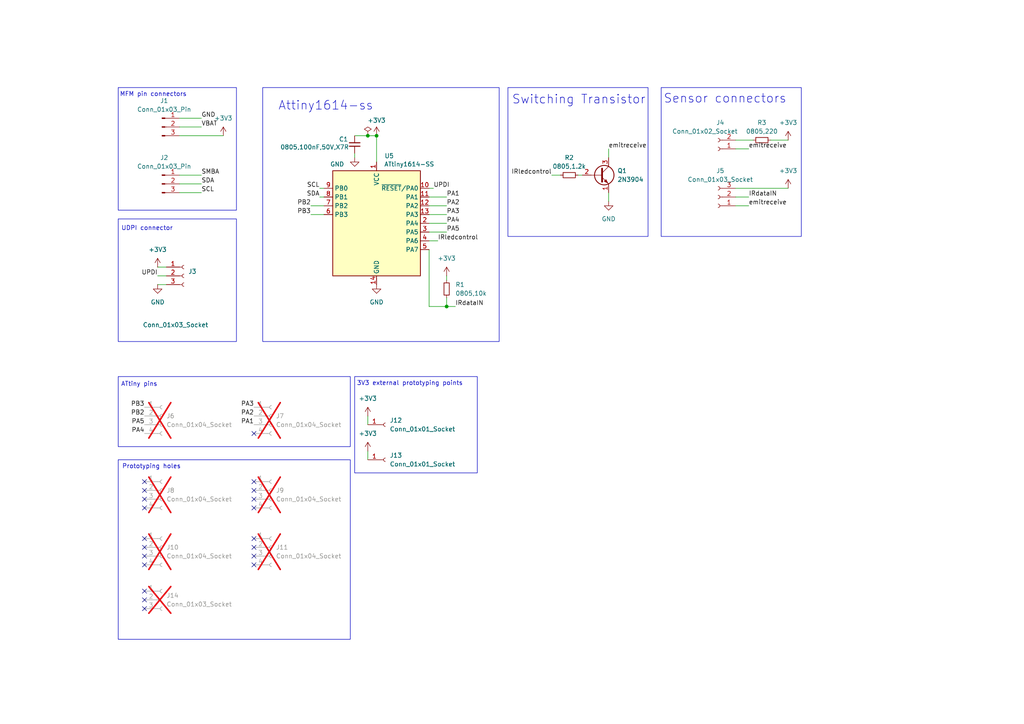
<source format=kicad_sch>
(kicad_sch (version 20250114) (generator "eeschema") (generator_version "9.0")
  (paper "A4")
  (lib_symbols
    (symbol "+3V3_1" (power) (pin_numbers (hide yes)) (pin_names (offset 0) (hide yes))
      (property "Value" "+3V3" (at 0 3.556 0))
      (symbol "+3V3_1_0_1"
        (polyline (pts (xy -0.762 1.27) (xy 0 2.54)))
        (polyline (pts (xy 0 2.54) (xy 0.762 1.27)))
        (polyline (pts (xy 0 0) (xy 0 2.54)))
      )
      (symbol "+3V3_1_1_1"
        (pin power_in line (at 0 0 90) (length 0) (name "~") (number "1"))
      )
    )
    (symbol "+3V3_2" (power) (pin_numbers (hide yes)) (pin_names (offset 0) (hide yes))
      (property "Value" "+3V3" (at 0 3.556 0))
      (symbol "+3V3_2_0_1"
        (polyline (pts (xy -0.762 1.27) (xy 0 2.54)))
        (polyline (pts (xy 0 2.54) (xy 0.762 1.27)))
        (polyline (pts (xy 0 0) (xy 0 2.54)))
      )
      (symbol "+3V3_2_1_1"
        (pin power_in line (at 0 0 90) (length 0) (name "~") (number "1"))
      )
    )
    (symbol "+3V3_3" (power) (pin_numbers (hide yes)) (pin_names (offset 0) (hide yes))
      (property "Value" "+3V3" (at 0 3.556 0))
      (symbol "+3V3_3_0_1"
        (polyline (pts (xy -0.762 1.27) (xy 0 2.54)))
        (polyline (pts (xy 0 2.54) (xy 0.762 1.27)))
        (polyline (pts (xy 0 0) (xy 0 2.54)))
      )
      (symbol "+3V3_3_1_1"
        (pin power_in line (at 0 0 90) (length 0) (name "~") (number "1"))
      )
    )
    (symbol "+3V3_4" (power) (pin_numbers (hide yes)) (pin_names (offset 0) (hide yes))
      (property "Value" "+3V3" (at 0 3.556 0))
      (symbol "+3V3_4_0_1"
        (polyline (pts (xy -0.762 1.27) (xy 0 2.54)))
        (polyline (pts (xy 0 2.54) (xy 0.762 1.27)))
        (polyline (pts (xy 0 0) (xy 0 2.54)))
      )
      (symbol "+3V3_4_1_1"
        (pin power_in line (at 0 0 90) (length 0) (name "~") (number "1"))
      )
    )
    (symbol "Connector:Conn_01x01_Socket" (pin_names (offset 1.016) (hide yes))
      (property "Reference" "J" (at 0 2.54 0))
      (property "Value" "Conn_01x01_Socket" (at 0 -2.54 0))
      (symbol "Conn_01x01_Socket_1_1"
        (polyline (pts (xy -1.27 0) (xy -0.508 0)) (stroke (width 0.1524)))
        (arc (start 0 -0.508) (mid -0.5058 0) (end 0 0.508) (stroke (width 0.1524)))
        (pin passive line (at -5.08 0 0) (length 3.81) (name "Pin_1") (number "1"))
      )
    )
    (symbol "Connector:Conn_01x02_Socket" (pin_names (offset 1.016) (hide yes))
      (property "Reference" "J" (at 0 2.54 0))
      (property "Value" "Conn_01x02_Socket" (at 0 -5.08 0))
      (symbol "Conn_01x02_Socket_1_1"
        (polyline (pts (xy -1.27 0) (xy -0.508 0)) (stroke (width 0.1524)))
        (polyline (pts (xy -1.27 -2.54) (xy -0.508 -2.54)) (stroke (width 0.1524)))
        (arc (start 0 -0.508) (mid -0.5058 0) (end 0 0.508) (stroke (width 0.1524)))
        (arc (start 0 -3.048) (mid -0.5058 -2.54) (end 0 -2.032) (stroke (width 0.1524)))
        (pin passive line (at -5.08 0 0) (length 3.81) (name "Pin_1") (number "1"))
        (pin passive line (at -5.08 -2.54 0) (length 3.81) (name "Pin_2") (number "2"))
      )
    )
    (symbol "Connector:Conn_01x03_Pin" (pin_names (offset 1.016) (hide yes))
      (property "Reference" "J" (at 0 5.08 0))
      (property "Value" "Conn_01x03_Pin" (at 0 -5.08 0))
      (symbol "Conn_01x03_Pin_1_1"
        (rectangle (start 0.8636 2.667) (end 0 2.413) (stroke (width 0.1524)) (fill (type outline)))
        (rectangle (start 0.8636 0.127) (end 0 -0.127) (stroke (width 0.1524)) (fill (type outline)))
        (rectangle (start 0.8636 -2.413) (end 0 -2.667) (stroke (width 0.1524)) (fill (type outline)))
        (polyline (pts (xy 1.27 2.54) (xy 0.8636 2.54)) (stroke (width 0.1524)))
        (polyline (pts (xy 1.27 0) (xy 0.8636 0)) (stroke (width 0.1524)))
        (polyline (pts (xy 1.27 -2.54) (xy 0.8636 -2.54)) (stroke (width 0.1524)))
        (pin passive line (at 5.08 2.54 180) (length 3.81) (name "Pin_1") (number "1"))
        (pin passive line (at 5.08 0 180) (length 3.81) (name "Pin_2") (number "2"))
        (pin passive line (at 5.08 -2.54 180) (length 3.81) (name "Pin_3") (number "3"))
      )
    )
    (symbol "Connector:Conn_01x03_Socket" (pin_names (offset 1.016) (hide yes))
      (property "Reference" "J" (at 0 5.08 0))
      (property "Value" "Conn_01x03_Socket" (at 0 -5.08 0))
      (symbol "Conn_01x03_Socket_1_1"
        (polyline (pts (xy -1.27 2.54) (xy -0.508 2.54)) (stroke (width 0.1524)))
        (polyline (pts (xy -1.27 0) (xy -0.508 0)) (stroke (width 0.1524)))
        (polyline (pts (xy -1.27 -2.54) (xy -0.508 -2.54)) (stroke (width 0.1524)))
        (arc (start 0 2.032) (mid -0.5058 2.54) (end 0 3.048) (stroke (width 0.1524)))
        (arc (start 0 -0.508) (mid -0.5058 0) (end 0 0.508) (stroke (width 0.1524)))
        (arc (start 0 -3.048) (mid -0.5058 -2.54) (end 0 -2.032) (stroke (width 0.1524)))
        (pin passive line (at -5.08 2.54 0) (length 3.81) (name "Pin_1") (number "1"))
        (pin passive line (at -5.08 0 0) (length 3.81) (name "Pin_2") (number "2"))
        (pin passive line (at -5.08 -2.54 0) (length 3.81) (name "Pin_3") (number "3"))
      )
    )
    (symbol "Connector:Conn_01x04_Socket" (pin_names (offset 1.016) (hide yes))
      (property "Reference" "J" (at 0 5.08 0))
      (property "Value" "Conn_01x04_Socket" (at 0 -7.62 0))
      (symbol "Conn_01x04_Socket_1_1"
        (polyline (pts (xy -1.27 2.54) (xy -0.508 2.54)) (stroke (width 0.1524)))
        (polyline (pts (xy -1.27 0) (xy -0.508 0)) (stroke (width 0.1524)))
        (polyline (pts (xy -1.27 -2.54) (xy -0.508 -2.54)) (stroke (width 0.1524)))
        (polyline (pts (xy -1.27 -5.08) (xy -0.508 -5.08)) (stroke (width 0.1524)))
        (arc (start 0 2.032) (mid -0.5058 2.54) (end 0 3.048) (stroke (width 0.1524)))
        (arc (start 0 -0.508) (mid -0.5058 0) (end 0 0.508) (stroke (width 0.1524)))
        (arc (start 0 -3.048) (mid -0.5058 -2.54) (end 0 -2.032) (stroke (width 0.1524)))
        (arc (start 0 -5.588) (mid -0.5058 -5.08) (end 0 -4.572) (stroke (width 0.1524)))
        (pin passive line (at -5.08 2.54 0) (length 3.81) (name "Pin_1") (number "1"))
        (pin passive line (at -5.08 0 0) (length 3.81) (name "Pin_2") (number "2"))
        (pin passive line (at -5.08 -2.54 0) (length 3.81) (name "Pin_3") (number "3"))
        (pin passive line (at -5.08 -5.08 0) (length 3.81) (name "Pin_4") (number "4"))
      )
    )
    (symbol "GND_1" (power) (pin_numbers (hide yes)) (pin_names (offset 0) (hide yes))
      (property "Value" "GND" (at 0 -3.81 0))
      (symbol "GND_1_0_1"
        (polyline (pts (xy 0 0) (xy 0 -1.27) (xy 1.27 -1.27) (xy 0 -2.54) (xy -1.27 -1.27) (xy 0 -1.27)))
      )
      (symbol "GND_1_1_1"
        (pin power_in line (at 0 0 270) (length 0) (name "~") (number "1"))
      )
    )
    (symbol "GND_2" (power) (pin_numbers (hide yes)) (pin_names (offset 0) (hide yes))
      (property "Value" "GND" (at 0 -3.81 0))
      (symbol "GND_2_0_1"
        (polyline (pts (xy 0 0) (xy 0 -1.27) (xy 1.27 -1.27) (xy 0 -2.54) (xy -1.27 -1.27) (xy 0 -1.27)))
      )
      (symbol "GND_2_1_1"
        (pin power_in line (at 0 0 270) (length 0) (name "~") (number "1"))
      )
    )
    (symbol "MCU_Microchip_ATtiny:ATtiny1614-SS"
      (property "Reference" "U" (at -12.7 16.51 0))
      (property "Value" "ATtiny1614-SS" (at 2.54 -16.51 0))
      (symbol "ATtiny1614-SS_0_1"
        (rectangle (start -12.7 -15.24) (end 12.7 15.24) (stroke (width 0.254)) (fill (type background)))
      )
      (symbol "ATtiny1614-SS_1_1"
        (pin bidirectional line (at -15.24 10.16 0) (length 2.54) (name "PB0") (number "9"))
        (pin bidirectional line (at -15.24 7.62 0) (length 2.54) (name "PB1") (number "8"))
        (pin bidirectional line (at -15.24 5.08 0) (length 2.54) (name "PB2") (number "7"))
        (pin bidirectional line (at -15.24 2.54 0) (length 2.54) (name "PB3") (number "6"))
        (pin power_in line (at 0 17.78 270) (length 2.54) (name "VCC") (number "1"))
        (pin power_in line (at 0 -17.78 90) (length 2.54) (name "GND") (number "14"))
        (pin bidirectional line (at 15.24 10.16 180) (length 2.54) (name "~{RESET}/PA0") (number "10"))
        (pin bidirectional line (at 15.24 7.62 180) (length 2.54) (name "PA1") (number "11"))
        (pin bidirectional line (at 15.24 5.08 180) (length 2.54) (name "PA2") (number "12"))
        (pin bidirectional line (at 15.24 2.54 180) (length 2.54) (name "PA3") (number "13"))
        (pin bidirectional line (at 15.24 0 180) (length 2.54) (name "PA4") (number "2"))
        (pin bidirectional line (at 15.24 -2.54 180) (length 2.54) (name "PA5") (number "3"))
        (pin bidirectional line (at 15.24 -5.08 180) (length 2.54) (name "PA6") (number "4"))
        (pin bidirectional line (at 15.24 -7.62 180) (length 2.54) (name "PA7") (number "5"))
      )
    )
    (symbol "Transistor_BJT:2N3904" (pin_names (offset 0) (hide yes))
      (property "Reference" "Q" (at 5.08 1.905 0))
      (property "Value" "2N3904" (at 5.08 0 0))
      (symbol "2N3904_0_1"
        (polyline (pts (xy -2.54 0) (xy 0.635 0)))
        (polyline (pts (xy 0.635 1.905) (xy 0.635 -1.905)) (stroke (width 0.508)))
        (circle (center 1.27 0) (radius 2.8194) (stroke (width 0.254)))
      )
      (symbol "2N3904_1_1"
        (polyline (pts (xy 0.635 0.635) (xy 2.54 2.54)))
        (polyline (pts (xy 0.635 -0.635) (xy 2.54 -2.54)))
        (polyline (pts (xy 1.27 -1.778) (xy 1.778 -1.27) (xy 2.286 -2.286) (xy 1.27 -1.778)) (fill (type outline)))
        (pin input line (at -5.08 0 0) (length 2.54) (name "B") (number "2"))
        (pin passive line (at 2.54 5.08 270) (length 2.54) (name "C") (number "3"))
        (pin passive line (at 2.54 -5.08 90) (length 2.54) (name "E") (number "1"))
      )
    )
    (symbol "power:+3V3" (power) (pin_names (offset 0))
      (property "Value" "+3V3" (at 0 3.556 0))
      (symbol "+3V3_0_1"
        (polyline (pts (xy -0.762 1.27) (xy 0 2.54)))
        (polyline (pts (xy 0 2.54) (xy 0.762 1.27)))
        (polyline (pts (xy 0 0) (xy 0 2.54)))
      )
      (symbol "+3V3_1_1"
        (pin power_in line (at 0 0 90) (length 0) (hide yes) (name "+3V3") (number "1"))
      )
    )
    (symbol "power:GND" (power) (pin_names (offset 0))
      (property "Value" "GND" (at 0 -3.81 0))
      (symbol "GND_0_1"
        (polyline (pts (xy 0 0) (xy 0 -1.27) (xy 1.27 -1.27) (xy 0 -2.54) (xy -1.27 -1.27) (xy 0 -1.27)))
      )
      (symbol "GND_1_1"
        (pin power_in line (at 0 0 270) (length 0) (hide yes) (name "GND") (number "1"))
      )
    )
    (symbol "power:PWR_FLAG" (power) (pin_numbers (hide yes)) (pin_names (offset 0) (hide yes))
      (property "Value" "PWR_FLAG" (at 0 3.81 0))
      (symbol "PWR_FLAG_0_0"
        (pin power_out line (at 0 0 90) (length 0) (name "pwr") (number "1"))
      )
      (symbol "PWR_FLAG_0_1"
        (polyline (pts (xy 0 0) (xy 0 1.27) (xy -1.016 1.905) (xy 0 2.54) (xy 1.016 1.905) (xy 0 1.27)))
      )
    )
    (symbol "t_jlcpcb-basic-capacitor:0805,100nF,50V,X7R "
      (property "Reference" "C" (at 1.71 0.508 0))
      (property "Value" "0805,100nF,50V,X7R" (at 1.71 -1.016 0))
      (symbol "0805,100nF,50V,X7R _0_0"
        (polyline (pts (xy -1.524 0.508) (xy 1.524 0.508)) (stroke (width 0.3048)))
        (polyline (pts (xy -1.524 -0.508) (xy 1.524 -0.508)) (stroke (width 0.3048)))
        (pin passive line (at 0 2.54 270) (length 2.032) (name "~") (number "1"))
        (pin passive line (at 0 -2.54 90) (length 2.032) (name "~") (number "2"))
      )
    )
    (symbol "t_jlcpcb-basic-resistor:0805,1.2k"
      (property "Reference" "R" (at 0.762 0.508 0))
      (property "Value" "0805,1.2k" (at 0.762 -1.016 0))
      (symbol "0805,1.2k_0_0"
        (rectangle (start -0.762 1.778) (end 0.762 -1.778) (stroke (width 0.2032)))
        (pin passive line (at 0 2.54 270) (length 0.762) (name "~") (number "1"))
        (pin passive line (at 0 -2.54 90) (length 0.762) (name "~") (number "2"))
      )
    )
    (symbol "t_jlcpcb-basic-resistor:0805,10k"
      (property "Reference" "R" (at 0.762 0.508 0))
      (property "Value" "0805,10k" (at 0.762 -1.016 0))
      (symbol "0805,10k_0_0"
        (rectangle (start -0.762 1.778) (end 0.762 -1.778) (stroke (width 0.2032)))
        (pin passive line (at 0 2.54 270) (length 0.762) (name "~") (number "1"))
        (pin passive line (at 0 -2.54 90) (length 0.762) (name "~") (number "2"))
      )
    )
    (symbol "t_jlcpcb-basic-resistor:0805,220"
      (property "Reference" "R" (at 0.762 0.508 0))
      (property "Value" "0805,220" (at 0.762 -1.016 0))
      (symbol "0805,220_0_0"
        (rectangle (start -0.762 1.778) (end 0.762 -1.778) (stroke (width 0.2032)))
        (pin passive line (at 0 2.54 270) (length 0.762) (name "~") (number "1"))
        (pin passive line (at 0 -2.54 90) (length 0.762) (name "~") (number "2"))
      )
    )
  )
  (rectangle (start 34.29 25.4) (end 68.58 60.96))
  (rectangle (start 34.29 109.22) (end 101.6 129.54))
  (rectangle (start 34.29 133.35) (end 101.6 185.42))
  (rectangle (start 76.2 25.4) (end 144.78 99.06))
  (rectangle (start 191.77 25.4) (end 232.41 68.58))
  (rectangle (start 34.29 63.5) (end 68.58 99.06))
  (rectangle (start 147.32 25.4) (end 187.96 68.58))
  (rectangle (start 102.87 109.22) (end 138.43 137.16))
  (text "Prototyping holes" (at 43.942 135.382 0) (effects (font (size 1.27 1.27))))
  (text "Sensor connectors" (at 210.312 28.702 0) (effects (font (size 2.54 2.54))))
  (text "MFM pin connectors" (at 44.45 27.432 0) (effects (font (size 1.27 1.27))))
  (text "Attiny1614-ss" (at 94.488 30.734 0) (effects (font (size 2.54 2.54))))
  (text "UDPI connector\n" (at 42.672 66.294 0) (effects (font (size 1.27 1.27))))
  (text "3V3 external prototyping points" (at 118.872 111.252 0) (effects (font (size 1.27 1.27))))
  (text "Switching Transistor\n" (at 167.894 28.956 0) (effects (font (size 2.54 2.54))))
  (text "ATtiny pins\n" (at 40.386 111.506 0) (effects (font (size 1.27 1.27))))
  (junction (at 106.68 39.37))
  (junction (at 129.54 88.9))
  (junction (at 109.22 39.37))
  (no_connect (at 41.91 163.83))
  (no_connect (at 73.66 161.29))
  (no_connect (at 73.66 156.21))
  (no_connect (at 41.91 156.21))
  (no_connect (at 41.91 142.24))
  (no_connect (at 41.91 158.75))
  (no_connect (at 41.91 147.32))
  (no_connect (at 73.66 144.78))
  (no_connect (at 73.66 142.24))
  (no_connect (at 41.91 139.7))
  (no_connect (at 41.91 171.45))
  (no_connect (at 41.91 161.29))
  (no_connect (at 41.91 176.53))
  (no_connect (at 73.66 147.32))
  (no_connect (at 73.66 139.7))
  (no_connect (at 73.66 125.73))
  (no_connect (at 73.66 163.83))
  (no_connect (at 41.91 173.99))
  (no_connect (at 73.66 158.75))
  (no_connect (at 41.91 144.78))
  (wire (pts (xy 109.22 39.37) (xy 109.22 46.99)))
  (wire (pts (xy 45.72 77.47) (xy 48.26 77.47)))
  (wire (pts (xy 176.53 43.18) (xy 176.53 45.72)))
  (wire (pts (xy 213.36 54.61) (xy 228.6 54.61)))
  (wire (pts (xy 125.73 54.61) (xy 124.46 54.61)))
  (wire (pts (xy 223.52 40.64) (xy 228.6 40.64)))
  (wire (pts (xy 124.46 88.9) (xy 129.54 88.9)))
  (wire (pts (xy 102.87 39.37) (xy 106.68 39.37)))
  (wire (pts (xy 92.71 57.15) (xy 93.98 57.15)))
  (wire (pts (xy 124.46 59.69) (xy 129.54 59.69)))
  (wire (pts (xy 129.54 80.01) (xy 129.54 81.28)))
  (wire (pts (xy 52.07 36.83) (xy 58.42 36.83)))
  (wire (pts (xy 213.36 40.64) (xy 218.44 40.64)))
  (wire (pts (xy 129.54 88.9) (xy 132.08 88.9)))
  (wire (pts (xy 52.07 34.29) (xy 58.42 34.29)))
  (wire (pts (xy 124.46 67.31) (xy 129.54 67.31)))
  (wire (pts (xy 52.07 53.34) (xy 58.42 53.34)))
  (wire (pts (xy 129.54 86.36) (xy 129.54 88.9)))
  (wire (pts (xy 90.17 59.69) (xy 93.98 59.69)))
  (wire (pts (xy 124.46 64.77) (xy 129.54 64.77)))
  (wire (pts (xy 45.72 82.55) (xy 48.26 82.55)))
  (wire (pts (xy 160.02 50.8) (xy 162.56 50.8)))
  (wire (pts (xy 217.17 43.18) (xy 213.36 43.18)))
  (wire (pts (xy 106.68 130.81) (xy 106.68 133.35)))
  (wire (pts (xy 213.36 57.15) (xy 217.17 57.15)))
  (wire (pts (xy 124.46 62.23) (xy 129.54 62.23)))
  (wire (pts (xy 106.68 39.37) (xy 109.22 39.37)))
  (wire (pts (xy 124.46 69.85) (xy 127 69.85)))
  (wire (pts (xy 52.07 55.88) (xy 58.42 55.88)))
  (wire (pts (xy 106.68 120.65) (xy 106.68 123.19)))
  (wire (pts (xy 102.87 45.72) (xy 102.87 44.45)))
  (wire (pts (xy 124.46 57.15) (xy 129.54 57.15)))
  (wire (pts (xy 45.72 80.01) (xy 48.26 80.01)))
  (wire (pts (xy 92.71 54.61) (xy 93.98 54.61)))
  (wire (pts (xy 167.64 50.8) (xy 168.91 50.8)))
  (wire (pts (xy 217.17 59.69) (xy 213.36 59.69)))
  (wire (pts (xy 176.53 58.42) (xy 176.53 55.88)))
  (wire (pts (xy 52.07 50.8) (xy 58.42 50.8)))
  (wire (pts (xy 52.07 39.37) (xy 64.77 39.37)))
  (wire (pts (xy 124.46 72.39) (xy 124.46 88.9)))
  (wire (pts (xy 90.17 62.23) (xy 93.98 62.23)))
  (label "PB3" (at 41.91 118.11 180))
  (label "PB2" (at 41.91 120.65 180))
  (label "IRledcontrol" (at 127 69.85 0))
  (label "PA3" (at 73.66 118.11 180))
  (label "IRdataIN" (at 132.08 88.9 0))
  (label "PA3" (at 129.54 62.23 0))
  (label "SMBA" (at 58.42 50.8 0))
  (label "SDA" (at 92.71 57.15 180))
  (label "PB3" (at 90.17 62.23 180))
  (label "emitreceive" (at 217.17 43.18 0))
  (label "GND" (at 58.42 34.29 0))
  (label "SCL" (at 92.71 54.61 180))
  (label "PA2" (at 73.66 120.65 180))
  (label "SDA" (at 58.42 53.34 0))
  (label "PA5" (at 129.54 67.31 0))
  (label "SCL" (at 58.42 55.88 0))
  (label "IRdataIN" (at 217.17 57.15 0))
  (label "PA1" (at 73.66 123.19 180))
  (label "VBAT" (at 58.42 36.83 0))
  (label "emitreceive" (at 176.53 43.18 0))
  (label "PA4" (at 129.54 64.77 0))
  (label "IRledcontrol" (at 160.02 50.8 180))
  (label "PA2" (at 129.54 59.69 0))
  (label "PA4" (at 41.91 125.73 180))
  (label "PA1" (at 129.54 57.15 0))
  (label "emitreceive" (at 217.17 59.69 0))
  (label "UPDI" (at 125.73 54.61 0))
  (label "UPDI" (at 45.72 80.01 180))
  (label "PB2" (at 90.17 59.69 180))
  (label "PA5" (at 41.91 123.19 180))
  (symbol (lib_id "Connector:Conn_01x03_Socket") (at 208.28 57.15 180) (unit 1)
    (property "Reference" "J5" (at 208.915 49.53 0))
    (property "Value" "Conn_01x03_Socket" (at 208.915 52.07 0))
    (property "Footprint" "Connector_JST:JST_GH_BM03B-GHS-TBT_1x03-1MP_P1.25mm_Vertical" (effects (hide yes)))
    (property "Description" "Generic connector, single row, 01x03, script generated" (effects (hide yes)))
  )
  (symbol (lib_id "Connector:Conn_01x01_Socket") (at 111.76 123.19 0) (unit 1)
    (property "Reference" "J12" (at 113.03 121.9199 0) (effects (justify left)))
    (property "Value" "Conn_01x01_Socket" (at 113.03 124.4599 0) (effects (justify left)))
    (property "Footprint" "Connector_PinSocket_2.54mm:PinSocket_1x01_P2.54mm_Vertical" (effects (hide yes)))
    (property "Description" "Generic connector, single row, 01x01, script generated" (effects (hide yes)))
  )
  (symbol (lib_id "Connector:Conn_01x04_Socket") (at 46.99 120.65 0) (unit 1) (dnp yes)
    (property "Reference" "J6" (at 48.26 120.6499 0) (effects (justify left)))
    (property "Value" "Conn_01x04_Socket" (at 48.26 123.1899 0) (effects (justify left)))
    (property "Footprint" "Connector_PinHeader_2.54mm:PinHeader_1x04_P2.54mm_Vertical" (effects (hide yes)))
    (property "Description" "Generic connector, single row, 01x04, script generated" (effects (hide yes)))
  )
  (symbol (lib_id "Connector:Conn_01x03_Socket") (at 46.99 173.99 0) (unit 1) (dnp yes)
    (property "Reference" "J14" (at 48.26 172.7199 0) (effects (justify left)))
    (property "Value" "Conn_01x03_Socket" (at 48.26 175.2599 0) (effects (justify left)))
    (property "Footprint" "Connector_PinSocket_2.54mm:PinSocket_1x03_P2.54mm_Vertical" (effects (hide yes)))
    (property "Description" "Generic connector, single row, 01x03, script generated" (effects (hide yes)))
  )
  (symbol (lib_id "power:GND") (at 102.87 45.72 0) (unit 1)
    (property "Reference" "#PWR021" (effects (hide yes)))
    (property "Value" "GND" (at 97.79 47.625 0))
  )
  (symbol (lib_name "+3V3_4") (lib_id "power:+3V3") (at 64.77 39.37 0) (unit 1)
    (property "Reference" "#PWR08" (effects (hide yes)))
    (property "Value" "+3V3" (at 64.77 34.29 0))
    (property "Description" "Power symbol creates a global label with name \"+3V3\"" (effects (hide yes)))
  )
  (symbol (lib_id "Connector:Conn_01x03_Pin") (at 46.99 36.83 0) (unit 1)
    (property "Reference" "J1" (at 47.625 29.21 0))
    (property "Value" "Conn_01x03_Pin" (at 47.625 31.75 0))
    (property "Footprint" "Connector_PinHeader_2.54mm:PinHeader_1x03_P2.54mm_Vertical" (effects (hide yes)))
    (property "Description" "Generic connector, single row, 01x03, script generated" (effects (hide yes)))
  )
  (symbol (lib_name "+3V3_4") (lib_id "power:+3V3") (at 228.6 40.64 0) (unit 1)
    (property "Reference" "#PWR07" (effects (hide yes)))
    (property "Value" "+3V3" (at 228.6 35.56 0))
    (property "Description" "Power symbol creates a global label with name \"+3V3\"" (effects (hide yes)))
  )
  (symbol (lib_id "Connector:Conn_01x04_Socket") (at 78.74 142.24 0) (unit 1) (dnp yes)
    (property "Reference" "J9" (at 80.01 142.2399 0) (effects (justify left)))
    (property "Value" "Conn_01x04_Socket" (at 80.01 144.7799 0) (effects (justify left)))
    (property "Footprint" "Connector_PinHeader_2.54mm:PinHeader_1x04_P2.54mm_Vertical" (effects (hide yes)))
    (property "Description" "Generic connector, single row, 01x04, script generated" (effects (hide yes)))
  )
  (symbol (lib_id "Connector:Conn_01x02_Socket") (at 208.28 43.18 180) (unit 1)
    (property "Reference" "J4" (at 208.915 35.56 0))
    (property "Value" "Conn_01x02_Socket" (at 204.47 38.1 0))
    (property "Footprint" "Connector_JST:JST_GH_BM02B-GHS-TBT_1x02-1MP_P1.25mm_Vertical" (effects (hide yes)))
    (property "Description" "Generic connector, single row, 01x02, script generated" (effects (hide yes)))
  )
  (symbol (lib_name "+3V3_1") (lib_id "power:+3V3") (at 45.72 77.47 0) (unit 1)
    (property "Reference" "#PWR02" (effects (hide yes)))
    (property "Value" "+3V3" (at 45.72 72.39 0))
    (property "Description" "Power symbol creates a global label with name \"+3V3\"" (effects (hide yes)))
  )
  (symbol (lib_id "power:+3V3") (at 109.22 39.37 0) (unit 1)
    (property "Reference" "#PWR022" (effects (hide yes)))
    (property "Value" "+3V3" (at 109.22 34.925 0))
  )
  (symbol (lib_id "t_jlcpcb-basic-resistor:0805,10k") (at 129.54 83.82 0) (unit 1)
    (property "Reference" "R1" (at 132.08 82.5499 0) (effects (justify left)))
    (property "Value" "0805,10k" (at 132.08 85.0899 0) (effects (justify left)))
    (property "Footprint" "Resistor_SMD:R_0805_2012Metric" (effects (hide yes)))
    (property "Datasheet" "https://datasheet.lcsc.com/lcsc/2110251730_UNI-ROYAL-Uniroyal-Elec-0805W8F1002T5E_C17414.pdf" (effects (hide yes)))
    (property "Description" "1% 1 8W Thick Film Resistors 150V   100ppm    -55    155   10k   0805 Chip Resistor - Surface Mount ROHS" (effects (hide yes)))
    (property "LCSC" "C17414" (effects (hide yes)))
    (property "MFG" "UNI-ROYAL(Uniroyal Elec)" (effects (hide yes)))
    (property "MFGPN" "0805W8F1002T5E" (effects (hide yes)))
  )
  (symbol (lib_id "t_jlcpcb-basic-resistor:0805,220") (at 220.98 40.64 90) (unit 1)
    (property "Reference" "R3" (at 220.98 35.56 90))
    (property "Value" "0805,220" (at 220.98 38.1 90))
    (property "Footprint" "Resistor_SMD:R_0805_2012Metric" (effects (hide yes)))
    (property "Datasheet" "https://datasheet.lcsc.com/lcsc/2110251830_UNI-ROYAL-Uniroyal-Elec-0805W8F2200T5E_C17557.pdf" (effects (hide yes)))
    (property "Description" "1% 1 8W Thick Film Resistors 150V   100ppm    -55    155   220   0805 Chip Resistor - Surface Mount ROHS" (effects (hide yes)))
    (property "LCSC" "C17557" (effects (hide yes)))
    (property "MFG" "UNI-ROYAL(Uniroyal Elec)" (effects (hide yes)))
    (property "MFGPN" "0805W8F2200T5E" (effects (hide yes)))
  )
  (symbol (lib_name "GND_2") (lib_id "power:GND") (at 176.53 58.42 0) (unit 1)
    (property "Reference" "#PWR05" (effects (hide yes)))
    (property "Value" "GND" (at 176.53 63.5 0))
    (property "Description" "Power symbol creates a global label with name \"GND\" , ground" (effects (hide yes)))
  )
  (symbol (lib_id "Connector:Conn_01x04_Socket") (at 78.74 158.75 0) (unit 1) (dnp yes)
    (property "Reference" "J11" (at 80.01 158.7499 0) (effects (justify left)))
    (property "Value" "Conn_01x04_Socket" (at 80.01 161.2899 0) (effects (justify left)))
    (property "Footprint" "Connector_PinHeader_2.54mm:PinHeader_1x04_P2.54mm_Vertical" (effects (hide yes)))
    (property "Description" "Generic connector, single row, 01x04, script generated" (effects (hide yes)))
  )
  (symbol (lib_id "power:GND") (at 109.22 82.55 0) (unit 1)
    (property "Reference" "#PWR01" (effects (hide yes)))
    (property "Value" "GND" (at 109.22 87.63 0))
  )
  (symbol (lib_name "+3V3_2") (lib_id "power:+3V3") (at 129.54 80.01 0) (unit 1)
    (property "Reference" "#PWR04" (effects (hide yes)))
    (property "Value" "+3V3" (at 129.54 74.93 0))
    (property "Description" "Power symbol creates a global label with name \"+3V3\"" (effects (hide yes)))
  )
  (symbol (lib_id "t_jlcpcb-basic-resistor:0805,1.2k") (at 165.1 50.8 90) (unit 1)
    (property "Reference" "R2" (at 165.1 45.72 90))
    (property "Value" "0805,1.2k" (at 165.1 48.26 90))
    (property "Footprint" "Resistor_SMD:R_0805_2012Metric" (effects (hide yes)))
    (property "Datasheet" "https://datasheet.lcsc.com/lcsc/2110251730_UNI-ROYAL-Uniroyal-Elec-0805W8F1201T5E_C17379.pdf" (effects (hide yes)))
    (property "Description" "1% 1 8W Thick Film Resistors 150V   100ppm    -55    155   1 2k   0805 Chip Resistor - Surface Mount ROHS" (effects (hide yes)))
    (property "LCSC" "C17379" (effects (hide yes)))
    (property "MFG" "UNI-ROYAL(Uniroyal Elec)" (effects (hide yes)))
    (property "MFGPN" "0805W8F1201T5E" (effects (hide yes)))
  )
  (symbol (lib_id "t_jlcpcb-basic-capacitor:0805,100nF,50V,X7R ") (at 102.87 41.91 0) (unit 1)
    (property "Reference" "C1" (at 98.298 40.386 0) (effects (justify left)))
    (property "Value" "0805,100nF,50V,X7R" (at 81.28 42.672 0) (effects (justify left)))
    (property "Footprint" "Capacitor_SMD:C_0805_2012Metric" (effects (hide yes)))
    (property "Datasheet" "https://datasheet.lcsc.com/lcsc/1810101813_YAGEO-CC0805KRX7R9BB104_C49678.pdf" (effects (hide yes)))
    (property "Description" "50V 100nF X7R   10% 0805 Multilayer Ceramic Capacitors MLCC - SMD SMT ROHS" (effects (hide yes)))
    (property "LCSC" "C49678" (effects (hide yes)))
    (property "MFG" "YAGEO" (effects (hide yes)))
    (property "MFGPN" "CC0805KRX7R9BB104" (effects (hide yes)))
  )
  (symbol (lib_name "GND_1") (lib_id "power:GND") (at 45.72 82.55 0) (unit 1)
    (property "Reference" "#PWR03" (effects (hide yes)))
    (property "Value" "GND" (at 45.72 87.63 0))
    (property "Description" "Power symbol creates a global label with name \"GND\" , ground" (effects (hide yes)))
  )
  (symbol (lib_id "Connector:Conn_01x03_Socket") (at 53.34 80.01 0) (unit 1)
    (property "Reference" "J3" (at 54.61 78.7399 0) (effects (justify left)))
    (property "Value" "Conn_01x03_Socket" (at 41.402 94.234 0) (effects (justify left)))
    (property "Footprint" "Connector_PinSocket_2.54mm:PinSocket_1x03_P2.54mm_Vertical" (effects (hide yes)))
    (property "Description" "Generic connector, single row, 01x03, script generated" (effects (hide yes)))
  )
  (symbol (lib_name "+3V3_2") (lib_id "power:+3V3") (at 106.68 130.81 0) (unit 1)
    (property "Reference" "#PWR010" (effects (hide yes)))
    (property "Value" "+3V3" (at 106.68 125.73 0))
    (property "Description" "Power symbol creates a global label with name \"+3V3\"" (effects (hide yes)))
  )
  (symbol (lib_id "power:PWR_FLAG") (at 106.68 39.37 0) (unit 1)
    (property "Reference" "#FLG04" (effects (hide yes)))
    (property "Value" "PWR_FLAG" (effects (hide yes)))
  )
  (symbol (lib_id "Connector:Conn_01x04_Socket") (at 46.99 158.75 0) (unit 1) (dnp yes)
    (property "Reference" "J10" (at 48.26 158.7499 0) (effects (justify left)))
    (property "Value" "Conn_01x04_Socket" (at 48.26 161.2899 0) (effects (justify left)))
    (property "Footprint" "Connector_PinHeader_2.54mm:PinHeader_1x04_P2.54mm_Vertical" (effects (hide yes)))
    (property "Description" "Generic connector, single row, 01x04, script generated" (effects (hide yes)))
  )
  (symbol (lib_id "MCU_Microchip_ATtiny:ATtiny1614-SS") (at 109.22 64.77 0) (unit 1)
    (property "Reference" "U5" (at 111.506 45.212 0) (effects (justify left)))
    (property "Value" "ATtiny1614-SS" (at 111.4141 47.625 0) (effects (justify left)))
    (property "Footprint" "Package_SO:SOIC-14_3.9x8.7mm_P1.27mm" (effects (hide yes)))
    (property "Datasheet" "http://ww1.microchip.com/downloads/en/DeviceDoc/ATtiny1614-data-sheet-40001995A.pdf" (effects (hide yes)))
  )
  (symbol (lib_name "+3V3_3") (lib_id "power:+3V3") (at 228.6 54.61 0) (unit 1)
    (property "Reference" "#PWR06" (effects (hide yes)))
    (property "Value" "+3V3" (at 228.6 49.53 0))
    (property "Description" "Power symbol creates a global label with name \"+3V3\"" (effects (hide yes)))
  )
  (symbol (lib_id "Connector:Conn_01x01_Socket") (at 111.76 133.35 0) (unit 1)
    (property "Reference" "J13" (at 113.03 132.0799 0) (effects (justify left)))
    (property "Value" "Conn_01x01_Socket" (at 113.03 134.6199 0) (effects (justify left)))
    (property "Footprint" "Connector_PinSocket_2.54mm:PinSocket_1x01_P2.54mm_Vertical" (effects (hide yes)))
    (property "Description" "Generic connector, single row, 01x01, script generated" (effects (hide yes)))
  )
  (symbol (lib_id "Transistor_BJT:2N3904") (at 173.99 50.8 0) (unit 1)
    (property "Reference" "Q1" (at 179.07 49.5299 0) (effects (justify left)))
    (property "Value" "2N3904" (at 179.07 52.0699 0) (effects (justify left)))
    (property "Footprint" "Package_TO_SOT_THT:TO-92_Inline" (effects (hide yes)))
    (property "Datasheet" "https://www.onsemi.com/pub/Collateral/2N3903-D.PDF" (effects (hide yes)))
    (property "Description" "0.2A Ic, 40V Vce, Small Signal NPN Transistor, TO-92" (effects (hide yes)))
  )
  (symbol (lib_id "Connector:Conn_01x04_Socket") (at 78.74 120.65 0) (unit 1) (dnp yes)
    (property "Reference" "J7" (at 80.01 120.6499 0) (effects (justify left)))
    (property "Value" "Conn_01x04_Socket" (at 80.01 123.1899 0) (effects (justify left)))
    (property "Footprint" "Connector_PinHeader_2.54mm:PinHeader_1x04_P2.54mm_Vertical" (effects (hide yes)))
    (property "Description" "Generic connector, single row, 01x04, script generated" (effects (hide yes)))
  )
  (symbol (lib_id "Connector:Conn_01x04_Socket") (at 46.99 142.24 0) (unit 1) (dnp yes)
    (property "Reference" "J8" (at 48.26 142.2399 0) (effects (justify left)))
    (property "Value" "Conn_01x04_Socket" (at 48.26 144.7799 0) (effects (justify left)))
    (property "Footprint" "Connector_PinHeader_2.54mm:PinHeader_1x04_P2.54mm_Vertical" (effects (hide yes)))
    (property "Description" "Generic connector, single row, 01x04, script generated" (effects (hide yes)))
  )
  (symbol (lib_name "+3V3_2") (lib_id "power:+3V3") (at 106.68 120.65 0) (unit 1)
    (property "Reference" "#PWR09" (effects (hide yes)))
    (property "Value" "+3V3" (at 106.68 115.57 0))
    (property "Description" "Power symbol creates a global label with name \"+3V3\"" (effects (hide yes)))
  )
  (symbol (lib_id "Connector:Conn_01x03_Pin") (at 46.99 53.34 0) (unit 1)
    (property "Reference" "J2" (at 47.625 45.72 0))
    (property "Value" "Conn_01x03_Pin" (at 47.625 48.26 0))
    (property "Footprint" "Connector_PinHeader_2.54mm:PinHeader_1x03_P2.54mm_Vertical" (effects (hide yes)))
    (property "Description" "Generic connector, single row, 01x03, script generated" (effects (hide yes)))
  )
)
</source>
